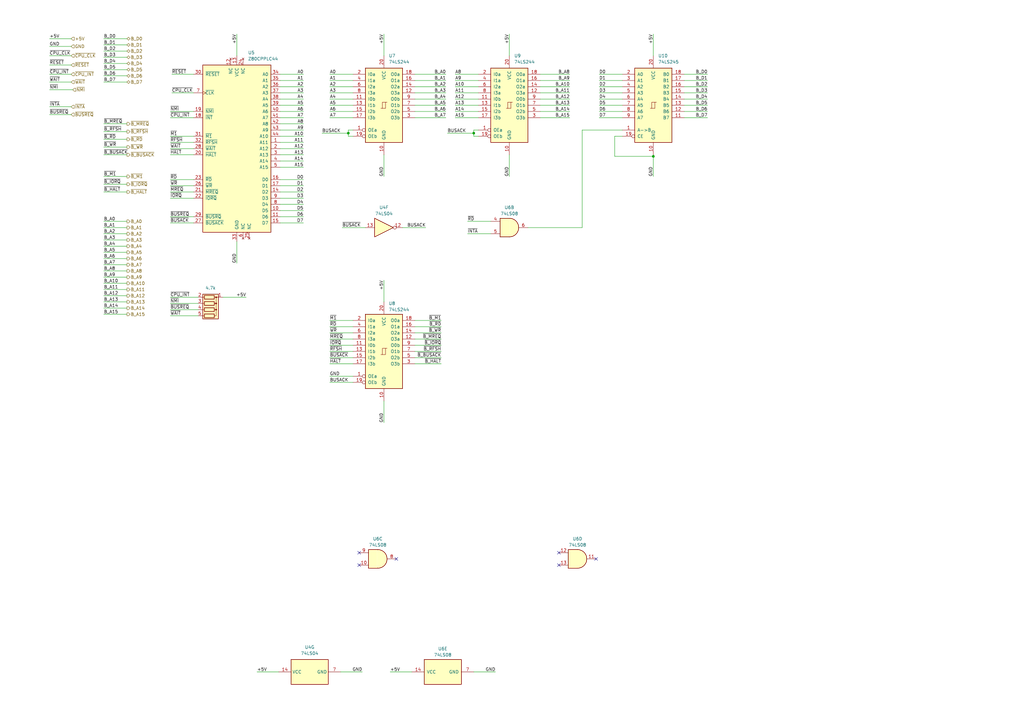
<source format=kicad_sch>
(kicad_sch (version 20230121) (generator eeschema)
  (paper "A3")
  (title_block (title "Simple Z80 board with priority IM2 interrupt decoding") (date "2023-09-05") (rev "2.3"))
  (lib_symbols
    (symbol "74xx:74LS04"
      (property "Reference" "U" (at 0 1.27 0))
      (property "Value" "74LS04" (at 0 -1.27 0))
      (symbol "74LS04_1_0"
        (polyline (pts (xy -3.81 3.81) (xy -3.81 -3.81) (xy 3.81 0) (xy -3.81 3.81)) (stroke (width 0.254)) (fill (type background)))
        (pin input line (at -7.62 0 0) (length 3.81) (name "~") (number "1"))
        (pin output inverted (at 7.62 0 180) (length 3.81) (name "~") (number "2"))
      )
      (symbol "74LS04_2_0"
        (polyline (pts (xy -3.81 3.81) (xy -3.81 -3.81) (xy 3.81 0) (xy -3.81 3.81)) (stroke (width 0.254)) (fill (type background)))
        (pin input line (at -7.62 0 0) (length 3.81) (name "~") (number "3"))
        (pin output inverted (at 7.62 0 180) (length 3.81) (name "~") (number "4"))
      )
      (symbol "74LS04_3_0"
        (polyline (pts (xy -3.81 3.81) (xy -3.81 -3.81) (xy 3.81 0) (xy -3.81 3.81)) (stroke (width 0.254)) (fill (type background)))
        (pin input line (at -7.62 0 0) (length 3.81) (name "~") (number "5"))
        (pin output inverted (at 7.62 0 180) (length 3.81) (name "~") (number "6"))
      )
      (symbol "74LS04_4_0"
        (polyline (pts (xy -3.81 3.81) (xy -3.81 -3.81) (xy 3.81 0) (xy -3.81 3.81)) (stroke (width 0.254)) (fill (type background)))
        (pin output inverted (at 7.62 0 180) (length 3.81) (name "~") (number "8"))
        (pin input line (at -7.62 0 0) (length 3.81) (name "~") (number "9"))
      )
      (symbol "74LS04_5_0"
        (polyline (pts (xy -3.81 3.81) (xy -3.81 -3.81) (xy 3.81 0) (xy -3.81 3.81)) (stroke (width 0.254)) (fill (type background)))
        (pin output inverted (at 7.62 0 180) (length 3.81) (name "~") (number "10"))
        (pin input line (at -7.62 0 0) (length 3.81) (name "~") (number "11"))
      )
      (symbol "74LS04_6_0"
        (polyline (pts (xy -3.81 3.81) (xy -3.81 -3.81) (xy 3.81 0) (xy -3.81 3.81)) (stroke (width 0.254)) (fill (type background)))
        (pin output inverted (at 7.62 0 180) (length 3.81) (name "~") (number "12"))
        (pin input line (at -7.62 0 0) (length 3.81) (name "~") (number "13"))
      )
      (symbol "74LS04_7_0"
        (pin power_in line (at 0 12.7 270) (length 5.08) (name "VCC") (number "14"))
        (pin power_in line (at 0 -12.7 90) (length 5.08) (name "GND") (number "7"))
      )
      (symbol "74LS04_7_1"
        (rectangle (start -5.08 7.62) (end 5.08 -7.62) (stroke (width 0.254)) (fill (type background)))
      )
    )
    (symbol "74xx:74LS08" (pin_names (offset 1.016))
      (property "Reference" "U" (at 0 1.27 0))
      (property "Value" "74LS08" (at 0 -1.27 0))
      (symbol "74LS08_1_1"
        (arc (start 0 -3.81) (mid 3.7934 0) (end 0 3.81) (stroke (width 0.254)) (fill (type background)))
        (polyline (pts (xy 0 3.81) (xy -3.81 3.81) (xy -3.81 -3.81) (xy 0 -3.81)) (stroke (width 0.254)) (fill (type background)))
        (pin input line (at -7.62 2.54 0) (length 3.81) (name "~") (number "1"))
        (pin input line (at -7.62 -2.54 0) (length 3.81) (name "~") (number "2"))
        (pin output line (at 7.62 0 180) (length 3.81) (name "~") (number "3"))
      )
      (symbol "74LS08_1_2"
        (arc (start -3.81 -3.81) (mid -2.589 0) (end -3.81 3.81) (stroke (width 0.254)))
        (arc (start -0.6096 -3.81) (mid 2.1842 -2.5851) (end 3.81 0) (stroke (width 0.254)) (fill (type background)))
        (polyline (pts (xy -3.81 -3.81) (xy -0.635 -3.81)) (stroke (width 0.254)) (fill (type background)))
        (polyline (pts (xy -3.81 3.81) (xy -0.635 3.81)) (stroke (width 0.254)) (fill (type background)))
        (polyline (pts (xy -0.635 3.81) (xy -3.81 3.81) (xy -3.81 3.81) (xy -3.556 3.4036) (xy -3.0226 2.2606) (xy -2.6924 1.0414) (xy -2.6162 -0.254) (xy -2.7686 -1.4986) (xy -3.175 -2.7178) (xy -3.81 -3.81) (xy -3.81 -3.81) (xy -0.635 -3.81)) (stroke (width -25.4)) (fill (type background)))
        (arc (start 3.81 0) (mid 2.1915 2.5936) (end -0.6096 3.81) (stroke (width 0.254)) (fill (type background)))
        (pin input inverted (at -7.62 2.54 0) (length 4.318) (name "~") (number "1"))
        (pin input inverted (at -7.62 -2.54 0) (length 4.318) (name "~") (number "2"))
        (pin output inverted (at 7.62 0 180) (length 3.81) (name "~") (number "3"))
      )
      (symbol "74LS08_2_1"
        (arc (start 0 -3.81) (mid 3.7934 0) (end 0 3.81) (stroke (width 0.254)) (fill (type background)))
        (polyline (pts (xy 0 3.81) (xy -3.81 3.81) (xy -3.81 -3.81) (xy 0 -3.81)) (stroke (width 0.254)) (fill (type background)))
        (pin input line (at -7.62 2.54 0) (length 3.81) (name "~") (number "4"))
        (pin input line (at -7.62 -2.54 0) (length 3.81) (name "~") (number "5"))
        (pin output line (at 7.62 0 180) (length 3.81) (name "~") (number "6"))
      )
      (symbol "74LS08_2_2"
        (arc (start -3.81 -3.81) (mid -2.589 0) (end -3.81 3.81) (stroke (width 0.254)))
        (arc (start -0.6096 -3.81) (mid 2.1842 -2.5851) (end 3.81 0) (stroke (width 0.254)) (fill (type background)))
        (polyline (pts (xy -3.81 -3.81) (xy -0.635 -3.81)) (stroke (width 0.254)) (fill (type background)))
        (polyline (pts (xy -3.81 3.81) (xy -0.635 3.81)) (stroke (width 0.254)) (fill (type background)))
        (polyline (pts (xy -0.635 3.81) (xy -3.81 3.81) (xy -3.81 3.81) (xy -3.556 3.4036) (xy -3.0226 2.2606) (xy -2.6924 1.0414) (xy -2.6162 -0.254) (xy -2.7686 -1.4986) (xy -3.175 -2.7178) (xy -3.81 -3.81) (xy -3.81 -3.81) (xy -0.635 -3.81)) (stroke (width -25.4)) (fill (type background)))
        (arc (start 3.81 0) (mid 2.1915 2.5936) (end -0.6096 3.81) (stroke (width 0.254)) (fill (type background)))
        (pin input inverted (at -7.62 2.54 0) (length 4.318) (name "~") (number "4"))
        (pin input inverted (at -7.62 -2.54 0) (length 4.318) (name "~") (number "5"))
        (pin output inverted (at 7.62 0 180) (length 3.81) (name "~") (number "6"))
      )
      (symbol "74LS08_3_1"
        (arc (start 0 -3.81) (mid 3.7934 0) (end 0 3.81) (stroke (width 0.254)) (fill (type background)))
        (polyline (pts (xy 0 3.81) (xy -3.81 3.81) (xy -3.81 -3.81) (xy 0 -3.81)) (stroke (width 0.254)) (fill (type background)))
        (pin input line (at -7.62 -2.54 0) (length 3.81) (name "~") (number "10"))
        (pin output line (at 7.62 0 180) (length 3.81) (name "~") (number "8"))
        (pin input line (at -7.62 2.54 0) (length 3.81) (name "~") (number "9"))
      )
      (symbol "74LS08_3_2"
        (arc (start -3.81 -3.81) (mid -2.589 0) (end -3.81 3.81) (stroke (width 0.254)))
        (arc (start -0.6096 -3.81) (mid 2.1842 -2.5851) (end 3.81 0) (stroke (width 0.254)) (fill (type background)))
        (polyline (pts (xy -3.81 -3.81) (xy -0.635 -3.81)) (stroke (width 0.254)) (fill (type background)))
        (polyline (pts (xy -3.81 3.81) (xy -0.635 3.81)) (stroke (width 0.254)) (fill (type background)))
        (polyline (pts (xy -0.635 3.81) (xy -3.81 3.81) (xy -3.81 3.81) (xy -3.556 3.4036) (xy -3.0226 2.2606) (xy -2.6924 1.0414) (xy -2.6162 -0.254) (xy -2.7686 -1.4986) (xy -3.175 -2.7178) (xy -3.81 -3.81) (xy -3.81 -3.81) (xy -0.635 -3.81)) (stroke (width -25.4)) (fill (type background)))
        (arc (start 3.81 0) (mid 2.1915 2.5936) (end -0.6096 3.81) (stroke (width 0.254)) (fill (type background)))
        (pin input inverted (at -7.62 -2.54 0) (length 4.318) (name "~") (number "10"))
        (pin output inverted (at 7.62 0 180) (length 3.81) (name "~") (number "8"))
        (pin input inverted (at -7.62 2.54 0) (length 4.318) (name "~") (number "9"))
      )
      (symbol "74LS08_4_1"
        (arc (start 0 -3.81) (mid 3.7934 0) (end 0 3.81) (stroke (width 0.254)) (fill (type background)))
        (polyline (pts (xy 0 3.81) (xy -3.81 3.81) (xy -3.81 -3.81) (xy 0 -3.81)) (stroke (width 0.254)) (fill (type background)))
        (pin output line (at 7.62 0 180) (length 3.81) (name "~") (number "11"))
        (pin input line (at -7.62 2.54 0) (length 3.81) (name "~") (number "12"))
        (pin input line (at -7.62 -2.54 0) (length 3.81) (name "~") (number "13"))
      )
      (symbol "74LS08_4_2"
        (arc (start -3.81 -3.81) (mid -2.589 0) (end -3.81 3.81) (stroke (width 0.254)))
        (arc (start -0.6096 -3.81) (mid 2.1842 -2.5851) (end 3.81 0) (stroke (width 0.254)) (fill (type background)))
        (polyline (pts (xy -3.81 -3.81) (xy -0.635 -3.81)) (stroke (width 0.254)) (fill (type background)))
        (polyline (pts (xy -3.81 3.81) (xy -0.635 3.81)) (stroke (width 0.254)) (fill (type background)))
        (polyline (pts (xy -0.635 3.81) (xy -3.81 3.81) (xy -3.81 3.81) (xy -3.556 3.4036) (xy -3.0226 2.2606) (xy -2.6924 1.0414) (xy -2.6162 -0.254) (xy -2.7686 -1.4986) (xy -3.175 -2.7178) (xy -3.81 -3.81) (xy -3.81 -3.81) (xy -0.635 -3.81)) (stroke (width -25.4)) (fill (type background)))
        (arc (start 3.81 0) (mid 2.1915 2.5936) (end -0.6096 3.81) (stroke (width 0.254)) (fill (type background)))
        (pin output inverted (at 7.62 0 180) (length 3.81) (name "~") (number "11"))
        (pin input inverted (at -7.62 2.54 0) (length 4.318) (name "~") (number "12"))
        (pin input inverted (at -7.62 -2.54 0) (length 4.318) (name "~") (number "13"))
      )
      (symbol "74LS08_5_0"
        (pin power_in line (at 0 12.7 270) (length 5.08) (name "VCC") (number "14"))
        (pin power_in line (at 0 -12.7 90) (length 5.08) (name "GND") (number "7"))
      )
      (symbol "74LS08_5_1"
        (rectangle (start -5.08 7.62) (end 5.08 -7.62) (stroke (width 0.254)) (fill (type background)))
      )
    )
    (symbol "74xx:74LS244" (pin_names (offset 1.016))
      (property "Reference" "U" (at -7.62 16.51 0))
      (property "Value" "74LS244" (at -7.62 -16.51 0))
      (symbol "74LS244_1_0"
        (polyline (pts (xy -0.635 -1.27) (xy -0.635 1.27) (xy 0.635 1.27)))
        (polyline (pts (xy -1.27 -1.27) (xy 0.635 -1.27) (xy 0.635 1.27) (xy 1.27 1.27)))
        (pin input inverted (at -12.7 -10.16 0) (length 5.08) (name "OEa") (number "1"))
        (pin power_in line (at 0 -20.32 90) (length 5.08) (name "GND") (number "10"))
        (pin input line (at -12.7 2.54 0) (length 5.08) (name "I0b") (number "11"))
        (pin tri_state line (at 12.7 5.08 180) (length 5.08) (name "O3a") (number "12"))
        (pin input line (at -12.7 0 0) (length 5.08) (name "I1b") (number "13"))
        (pin tri_state line (at 12.7 7.62 180) (length 5.08) (name "O2a") (number "14"))
        (pin input line (at -12.7 -2.54 0) (length 5.08) (name "I2b") (number "15"))
        (pin tri_state line (at 12.7 10.16 180) (length 5.08) (name "O1a") (number "16"))
        (pin input line (at -12.7 -5.08 0) (length 5.08) (name "I3b") (number "17"))
        (pin tri_state line (at 12.7 12.7 180) (length 5.08) (name "O0a") (number "18"))
        (pin input inverted (at -12.7 -12.7 0) (length 5.08) (name "OEb") (number "19"))
        (pin input line (at -12.7 12.7 0) (length 5.08) (name "I0a") (number "2"))
        (pin power_in line (at 0 20.32 270) (length 5.08) (name "VCC") (number "20"))
        (pin tri_state line (at 12.7 -5.08 180) (length 5.08) (name "O3b") (number "3"))
        (pin input line (at -12.7 10.16 0) (length 5.08) (name "I1a") (number "4"))
        (pin tri_state line (at 12.7 -2.54 180) (length 5.08) (name "O2b") (number "5"))
        (pin input line (at -12.7 7.62 0) (length 5.08) (name "I2a") (number "6"))
        (pin tri_state line (at 12.7 0 180) (length 5.08) (name "O1b") (number "7"))
        (pin input line (at -12.7 5.08 0) (length 5.08) (name "I3a") (number "8"))
        (pin tri_state line (at 12.7 2.54 180) (length 5.08) (name "O0b") (number "9"))
      )
      (symbol "74LS244_1_1"
        (rectangle (start -7.62 15.24) (end 7.62 -15.24) (stroke (width 0.254)) (fill (type background)))
      )
    )
    (symbol "74xx:74LS245" (pin_names (offset 1.016))
      (property "Reference" "U" (at -7.62 16.51 0))
      (property "Value" "74LS245" (at -7.62 -16.51 0))
      (symbol "74LS245_1_0"
        (polyline (pts (xy -0.635 -1.27) (xy -0.635 1.27) (xy 0.635 1.27)))
        (polyline (pts (xy -1.27 -1.27) (xy 0.635 -1.27) (xy 0.635 1.27) (xy 1.27 1.27)))
        (pin input line (at -12.7 -10.16 0) (length 5.08) (name "A->B") (number "1"))
        (pin power_in line (at 0 -20.32 90) (length 5.08) (name "GND") (number "10"))
        (pin tri_state line (at 12.7 -5.08 180) (length 5.08) (name "B7") (number "11"))
        (pin tri_state line (at 12.7 -2.54 180) (length 5.08) (name "B6") (number "12"))
        (pin tri_state line (at 12.7 0 180) (length 5.08) (name "B5") (number "13"))
        (pin tri_state line (at 12.7 2.54 180) (length 5.08) (name "B4") (number "14"))
        (pin tri_state line (at 12.7 5.08 180) (length 5.08) (name "B3") (number "15"))
        (pin tri_state line (at 12.7 7.62 180) (length 5.08) (name "B2") (number "16"))
        (pin tri_state line (at 12.7 10.16 180) (length 5.08) (name "B1") (number "17"))
        (pin tri_state line (at 12.7 12.7 180) (length 5.08) (name "B0") (number "18"))
        (pin input inverted (at -12.7 -12.7 0) (length 5.08) (name "CE") (number "19"))
        (pin tri_state line (at -12.7 12.7 0) (length 5.08) (name "A0") (number "2"))
        (pin power_in line (at 0 20.32 270) (length 5.08) (name "VCC") (number "20"))
        (pin tri_state line (at -12.7 10.16 0) (length 5.08) (name "A1") (number "3"))
        (pin tri_state line (at -12.7 7.62 0) (length 5.08) (name "A2") (number "4"))
        (pin tri_state line (at -12.7 5.08 0) (length 5.08) (name "A3") (number "5"))
        (pin tri_state line (at -12.7 2.54 0) (length 5.08) (name "A4") (number "6"))
        (pin tri_state line (at -12.7 0 0) (length 5.08) (name "A5") (number "7"))
        (pin tri_state line (at -12.7 -2.54 0) (length 5.08) (name "A6") (number "8"))
        (pin tri_state line (at -12.7 -5.08 0) (length 5.08) (name "A7") (number "9"))
      )
      (symbol "74LS245_1_1"
        (rectangle (start -7.62 15.24) (end 7.62 -15.24) (stroke (width 0.254)) (fill (type background)))
      )
    )
    (symbol "Device:R_Network04" (pin_names (offset 0) hide)
      (property "Reference" "RN" (at -7.62 0 90))
      (property "Value" "R_Network04" (at 5.08 0 90))
      (symbol "R_Network04_0_1"
        (rectangle (start -6.35 -3.175) (end 3.81 3.175) (stroke (width 0.254)) (fill (type background)))
        (rectangle (start -5.842 1.524) (end -4.318 -2.54) (stroke (width 0.254)))
        (circle (center -5.08 2.286) (radius 0.254) (fill (type outline)))
        (rectangle (start -3.302 1.524) (end -1.778 -2.54) (stroke (width 0.254)))
        (circle (center -2.54 2.286) (radius 0.254) (fill (type outline)))
        (rectangle (start -0.762 1.524) (end 0.762 -2.54) (stroke (width 0.254)))
        (polyline (pts (xy -5.08 -2.54) (xy -5.08 -3.81)))
        (polyline (pts (xy -2.54 -2.54) (xy -2.54 -3.81)))
        (polyline (pts (xy 0 -2.54) (xy 0 -3.81)))
        (polyline (pts (xy 2.54 -2.54) (xy 2.54 -3.81)))
        (polyline (pts (xy -5.08 1.524) (xy -5.08 2.286) (xy -2.54 2.286) (xy -2.54 1.524)))
        (polyline (pts (xy -2.54 1.524) (xy -2.54 2.286) (xy 0 2.286) (xy 0 1.524)))
        (polyline (pts (xy 0 1.524) (xy 0 2.286) (xy 2.54 2.286) (xy 2.54 1.524)))
        (circle (center 0 2.286) (radius 0.254) (fill (type outline)))
        (rectangle (start 1.778 1.524) (end 3.302 -2.54) (stroke (width 0.254)))
      )
      (symbol "R_Network04_1_1"
        (pin passive line (at -5.08 5.08 270) (length 2.54) (name "common") (number "1"))
        (pin passive line (at -5.08 -5.08 90) (length 1.27) (name "R1") (number "2"))
        (pin passive line (at -2.54 -5.08 90) (length 1.27) (name "R2") (number "3"))
        (pin passive line (at 0 -5.08 90) (length 1.27) (name "R3") (number "4"))
        (pin passive line (at 2.54 -5.08 90) (length 1.27) (name "R4") (number "5"))
      )
    )
    (symbol "ownlib:Z80CPU_PLC44" (pin_names (offset 1.016))
      (property "Reference" "U" (at -13.97 35.56 0))
      (property "Value" "Z80CPU_PLC44" (at 6.35 35.56 0))
      (symbol "Z80CPU_PLC44_0_0"
        (pin no_connect line (at -2.54 36.83 270) (length 2.54) (name "NC") (number "12"))
        (pin no_connect line (at 2.54 36.83 270) (length 2.54) (name "NC") (number "24"))
        (pin no_connect line (at 5.08 -36.83 90) (length 2.54) (name "NC") (number "25"))
        (pin no_connect line (at 2.54 -36.83 90) (length 2.54) (name "NC") (number "6"))
      )
      (symbol "Z80CPU_PLC44_0_1"
        (rectangle (start -13.97 34.29) (end 13.97 -34.29) (stroke (width 0.254)) (fill (type background)))
      )
      (symbol "Z80CPU_PLC44_1_1"
        (pin output line (at 17.78 2.54 180) (length 3.81) (name "A11") (number "1"))
        (pin bidirectional line (at 17.78 -25.4 180) (length 3.81) (name "D5") (number "10"))
        (pin bidirectional line (at 17.78 -27.94 180) (length 3.81) (name "D6") (number "11"))
        (pin power_in line (at 0 38.1 270) (length 3.81) (name "VCC") (number "13"))
        (pin bidirectional line (at 17.78 -17.78 180) (length 3.81) (name "D2") (number "14"))
        (pin bidirectional line (at 17.78 -30.48 180) (length 3.81) (name "D7") (number "15"))
        (pin bidirectional line (at 17.78 -12.7 180) (length 3.81) (name "D0") (number "16"))
        (pin bidirectional line (at 17.78 -15.24 180) (length 3.81) (name "D1") (number "17"))
        (pin input line (at -17.78 12.7 0) (length 3.81) (name "~{INT}") (number "18"))
        (pin input line (at -17.78 15.24 0) (length 3.81) (name "~{NMI}") (number "19"))
        (pin output line (at 17.78 0 180) (length 3.81) (name "A12") (number "2"))
        (pin output line (at -17.78 -2.54 0) (length 3.81) (name "~{HALT}") (number "20"))
        (pin output line (at -17.78 -17.78 0) (length 3.81) (name "~{MREQ}") (number "21"))
        (pin output line (at -17.78 -20.32 0) (length 3.81) (name "~{IORQ}") (number "22"))
        (pin output line (at -17.78 -12.7 0) (length 3.81) (name "~{RD}") (number "23"))
        (pin output line (at -17.78 -15.24 0) (length 3.81) (name "~{WR}") (number "26"))
        (pin output line (at -17.78 -30.48 0) (length 3.81) (name "~{BUSACK}") (number "27"))
        (pin input line (at -17.78 0 0) (length 3.81) (name "~{WAIT}") (number "28"))
        (pin input line (at -17.78 -27.94 0) (length 3.81) (name "~{BUSRQ}") (number "29"))
        (pin output line (at 17.78 -2.54 180) (length 3.81) (name "A13") (number "3"))
        (pin input line (at -17.78 30.48 0) (length 3.81) (name "~{RESET}") (number "30"))
        (pin output line (at -17.78 5.08 0) (length 3.81) (name "~{M1}") (number "31"))
        (pin output line (at -17.78 2.54 0) (length 3.81) (name "~{RFSH}") (number "32"))
        (pin power_in line (at 0 -38.1 90) (length 3.81) (name "GND") (number "33"))
        (pin output line (at 17.78 30.48 180) (length 3.81) (name "A0") (number "34"))
        (pin output line (at 17.78 27.94 180) (length 3.81) (name "A1") (number "35"))
        (pin output line (at 17.78 25.4 180) (length 3.81) (name "A2") (number "36"))
        (pin output line (at 17.78 22.86 180) (length 3.81) (name "A3") (number "37"))
        (pin output line (at 17.78 20.32 180) (length 3.81) (name "A4") (number "38"))
        (pin output line (at 17.78 17.78 180) (length 3.81) (name "A5") (number "39"))
        (pin output line (at 17.78 -5.08 180) (length 3.81) (name "A14") (number "4"))
        (pin output line (at 17.78 15.24 180) (length 3.81) (name "A6") (number "40"))
        (pin output line (at 17.78 12.7 180) (length 3.81) (name "A7") (number "41"))
        (pin output line (at 17.78 10.16 180) (length 3.81) (name "A8") (number "42"))
        (pin output line (at 17.78 7.62 180) (length 3.81) (name "A9") (number "43"))
        (pin output line (at 17.78 5.08 180) (length 3.81) (name "A10") (number "44"))
        (pin output line (at 17.78 -7.62 180) (length 3.81) (name "A15") (number "5"))
        (pin input clock (at -17.78 22.86 0) (length 3.81) (name "~{CLK}") (number "7"))
        (pin bidirectional line (at 17.78 -22.86 180) (length 3.81) (name "D4") (number "8"))
        (pin bidirectional line (at 17.78 -20.32 180) (length 3.81) (name "D3") (number "9"))
      )
    )
  )
  (junction (at 267.97 64.135))
  (junction (at 194.31 54.61))
  (junction (at 142.875 54.61))
  (no_connect (at 162.56 229.235))
  (no_connect (at 229.235 226.695))
  (no_connect (at 147.32 226.695))
  (no_connect (at 244.475 229.235))
  (no_connect (at 147.32 231.775))
  (no_connect (at 229.235 231.775))
  (wire (pts (xy 135.255 133.985) (xy 144.78 133.985)))
  (wire (pts (xy 157.48 13.97) (xy 157.48 22.86)))
  (wire (pts (xy 52.07 15.875) (xy 42.545 15.875)))
  (wire (pts (xy 144.78 55.88) (xy 142.875 55.88)))
  (wire (pts (xy 52.07 20.955) (xy 42.545 20.955)))
  (wire (pts (xy 144.78 33.02) (xy 135.255 33.02)))
  (wire (pts (xy 114.935 40.64) (xy 124.46 40.64)))
  (wire (pts (xy 238.76 53.34) (xy 255.27 53.34)))
  (wire (pts (xy 114.935 68.58) (xy 124.46 68.58)))
  (wire (pts (xy 142.875 53.34) (xy 142.875 54.61)))
  (wire (pts (xy 52.07 98.425) (xy 42.545 98.425)))
  (wire (pts (xy 69.85 55.88) (xy 79.375 55.88)))
  (wire (pts (xy 29.21 46.99) (xy 20.32 46.99)))
  (wire (pts (xy 280.67 43.18) (xy 290.195 43.18)))
  (wire (pts (xy 196.215 33.02) (xy 186.69 33.02)))
  (wire (pts (xy 100.965 121.92) (xy 91.44 121.92)))
  (wire (pts (xy 180.975 149.225) (xy 170.18 149.225)))
  (wire (pts (xy 114.935 88.9) (xy 124.46 88.9)))
  (wire (pts (xy 135.255 139.065) (xy 144.78 139.065)))
  (wire (pts (xy 255.27 33.02) (xy 245.745 33.02)))
  (wire (pts (xy 52.07 18.415) (xy 42.545 18.415)))
  (wire (pts (xy 97.155 107.95) (xy 97.155 99.06)))
  (wire (pts (xy 255.27 35.56) (xy 245.745 35.56)))
  (wire (pts (xy 114.935 33.02) (xy 124.46 33.02)))
  (wire (pts (xy 52.07 106.045) (xy 42.545 106.045)))
  (wire (pts (xy 144.78 30.48) (xy 135.255 30.48)))
  (wire (pts (xy 42.545 78.74) (xy 52.07 78.74)))
  (wire (pts (xy 20.32 36.83) (xy 29.845 36.83)))
  (wire (pts (xy 42.545 63.5) (xy 52.07 63.5)))
  (wire (pts (xy 216.535 93.345) (xy 238.76 93.345)))
  (wire (pts (xy 114.935 43.18) (xy 124.46 43.18)))
  (wire (pts (xy 69.85 91.44) (xy 79.375 91.44)))
  (wire (pts (xy 180.975 146.685) (xy 170.18 146.685)))
  (wire (pts (xy 52.07 108.585) (xy 42.545 108.585)))
  (wire (pts (xy 114.935 53.34) (xy 124.46 53.34)))
  (wire (pts (xy 183.515 54.61) (xy 194.31 54.61)))
  (wire (pts (xy 114.935 86.36) (xy 124.46 86.36)))
  (wire (pts (xy 233.68 43.18) (xy 221.615 43.18)))
  (wire (pts (xy 233.68 45.72) (xy 221.615 45.72)))
  (wire (pts (xy 255.27 48.26) (xy 245.745 48.26)))
  (wire (pts (xy 114.935 48.26) (xy 124.46 48.26)))
  (wire (pts (xy 196.215 55.88) (xy 194.31 55.88)))
  (wire (pts (xy 252.095 55.88) (xy 255.27 55.88)))
  (wire (pts (xy 182.88 33.02) (xy 170.18 33.02)))
  (wire (pts (xy 52.07 31.115) (xy 42.545 31.115)))
  (wire (pts (xy 114.935 38.1) (xy 124.46 38.1)))
  (wire (pts (xy 114.935 63.5) (xy 124.46 63.5)))
  (wire (pts (xy 52.07 93.345) (xy 42.545 93.345)))
  (wire (pts (xy 157.48 173.355) (xy 157.48 164.465)))
  (wire (pts (xy 20.32 26.67) (xy 29.21 26.67)))
  (wire (pts (xy 148.59 275.59) (xy 139.7 275.59)))
  (wire (pts (xy 69.85 81.28) (xy 79.375 81.28)))
  (wire (pts (xy 70.485 30.48) (xy 79.375 30.48)))
  (wire (pts (xy 114.935 30.48) (xy 124.46 30.48)))
  (wire (pts (xy 196.215 38.1) (xy 186.69 38.1)))
  (wire (pts (xy 135.255 154.305) (xy 144.78 154.305)))
  (wire (pts (xy 233.68 40.64) (xy 221.615 40.64)))
  (wire (pts (xy 52.07 33.655) (xy 42.545 33.655)))
  (wire (pts (xy 29.21 30.48) (xy 20.32 30.48)))
  (wire (pts (xy 233.68 48.26) (xy 221.615 48.26)))
  (wire (pts (xy 280.67 38.1) (xy 290.195 38.1)))
  (wire (pts (xy 182.88 48.26) (xy 170.18 48.26)))
  (wire (pts (xy 114.935 73.66) (xy 124.46 73.66)))
  (wire (pts (xy 182.88 38.1) (xy 170.18 38.1)))
  (wire (pts (xy 157.48 72.39) (xy 157.48 63.5)))
  (wire (pts (xy 52.07 90.805) (xy 42.545 90.805)))
  (wire (pts (xy 233.68 38.1) (xy 221.615 38.1)))
  (wire (pts (xy 180.975 131.445) (xy 170.18 131.445)))
  (wire (pts (xy 114.935 83.82) (xy 124.46 83.82)))
  (wire (pts (xy 267.97 13.97) (xy 267.97 22.86)))
  (wire (pts (xy 114.935 60.96) (xy 124.46 60.96)))
  (wire (pts (xy 182.88 45.72) (xy 170.18 45.72)))
  (wire (pts (xy 255.27 40.64) (xy 245.745 40.64)))
  (wire (pts (xy 52.07 95.885) (xy 42.545 95.885)))
  (wire (pts (xy 280.67 48.26) (xy 290.195 48.26)))
  (wire (pts (xy 196.215 35.56) (xy 186.69 35.56)))
  (wire (pts (xy 180.975 141.605) (xy 170.18 141.605)))
  (wire (pts (xy 180.975 139.065) (xy 170.18 139.065)))
  (wire (pts (xy 114.935 78.74) (xy 124.46 78.74)))
  (wire (pts (xy 191.77 95.885) (xy 201.295 95.885)))
  (wire (pts (xy 52.07 23.495) (xy 42.545 23.495)))
  (wire (pts (xy 69.85 124.46) (xy 81.28 124.46)))
  (wire (pts (xy 135.255 144.145) (xy 144.78 144.145)))
  (wire (pts (xy 69.85 121.92) (xy 81.28 121.92)))
  (wire (pts (xy 255.27 45.72) (xy 245.745 45.72)))
  (wire (pts (xy 196.215 53.34) (xy 194.31 53.34)))
  (wire (pts (xy 233.68 30.48) (xy 221.615 30.48)))
  (wire (pts (xy 52.07 103.505) (xy 42.545 103.505)))
  (wire (pts (xy 52.07 100.965) (xy 42.545 100.965)))
  (wire (pts (xy 255.27 30.48) (xy 245.745 30.48)))
  (wire (pts (xy 69.85 88.9) (xy 79.375 88.9)))
  (wire (pts (xy 194.31 55.88) (xy 194.31 54.61)))
  (wire (pts (xy 114.935 91.44) (xy 124.46 91.44)))
  (wire (pts (xy 144.78 53.34) (xy 142.875 53.34)))
  (wire (pts (xy 52.07 116.205) (xy 42.545 116.205)))
  (wire (pts (xy 203.2 275.59) (xy 194.31 275.59)))
  (wire (pts (xy 233.68 35.56) (xy 221.615 35.56)))
  (wire (pts (xy 182.88 30.48) (xy 170.18 30.48)))
  (wire (pts (xy 142.875 55.88) (xy 142.875 54.61)))
  (wire (pts (xy 196.215 40.64) (xy 186.69 40.64)))
  (wire (pts (xy 144.78 45.72) (xy 135.255 45.72)))
  (wire (pts (xy 69.85 129.54) (xy 81.28 129.54)))
  (wire (pts (xy 208.915 72.39) (xy 208.915 63.5)))
  (wire (pts (xy 196.215 43.18) (xy 186.69 43.18)))
  (wire (pts (xy 29.21 33.655) (xy 20.32 33.655)))
  (wire (pts (xy 42.545 57.15) (xy 52.07 57.15)))
  (wire (pts (xy 42.545 72.39) (xy 52.07 72.39)))
  (wire (pts (xy 52.07 128.905) (xy 42.545 128.905)))
  (wire (pts (xy 52.07 126.365) (xy 42.545 126.365)))
  (wire (pts (xy 114.935 58.42) (xy 124.46 58.42)))
  (wire (pts (xy 52.07 113.665) (xy 42.545 113.665)))
  (wire (pts (xy 135.255 136.525) (xy 144.78 136.525)))
  (wire (pts (xy 69.85 45.72) (xy 79.375 45.72)))
  (wire (pts (xy 196.215 48.26) (xy 186.69 48.26)))
  (wire (pts (xy 114.935 45.72) (xy 124.46 45.72)))
  (wire (pts (xy 280.67 40.64) (xy 290.195 40.64)))
  (wire (pts (xy 267.97 64.135) (xy 267.97 63.5)))
  (wire (pts (xy 114.935 35.56) (xy 124.46 35.56)))
  (wire (pts (xy 135.255 156.845) (xy 144.78 156.845)))
  (wire (pts (xy 280.67 35.56) (xy 290.195 35.56)))
  (wire (pts (xy 255.27 38.1) (xy 245.745 38.1)))
  (wire (pts (xy 52.07 28.575) (xy 42.545 28.575)))
  (wire (pts (xy 52.07 26.035) (xy 42.545 26.035)))
  (wire (pts (xy 97.155 13.97) (xy 97.155 22.86)))
  (wire (pts (xy 208.915 13.97) (xy 208.915 22.86)))
  (wire (pts (xy 194.31 53.34) (xy 194.31 54.61)))
  (wire (pts (xy 160.02 275.59) (xy 168.91 275.59)))
  (wire (pts (xy 144.78 38.1) (xy 135.255 38.1)))
  (wire (pts (xy 52.07 123.825) (xy 42.545 123.825)))
  (wire (pts (xy 233.68 33.02) (xy 221.615 33.02)))
  (wire (pts (xy 267.97 64.135) (xy 252.095 64.135)))
  (wire (pts (xy 196.215 45.72) (xy 186.69 45.72)))
  (wire (pts (xy 135.255 141.605) (xy 144.78 141.605)))
  (wire (pts (xy 114.935 76.2) (xy 124.46 76.2)))
  (wire (pts (xy 69.85 78.74) (xy 79.375 78.74)))
  (wire (pts (xy 280.67 33.02) (xy 290.195 33.02)))
  (wire (pts (xy 280.67 45.72) (xy 290.195 45.72)))
  (wire (pts (xy 144.78 43.18) (xy 135.255 43.18)))
  (wire (pts (xy 182.88 40.64) (xy 170.18 40.64)))
  (wire (pts (xy 105.41 275.59) (xy 114.3 275.59)))
  (wire (pts (xy 69.85 76.2) (xy 79.375 76.2)))
  (wire (pts (xy 280.67 30.48) (xy 290.195 30.48)))
  (wire (pts (xy 140.335 93.345) (xy 149.86 93.345)))
  (wire (pts (xy 144.78 35.56) (xy 135.255 35.56)))
  (wire (pts (xy 52.07 111.125) (xy 42.545 111.125)))
  (wire (pts (xy 70.485 38.1) (xy 79.375 38.1)))
  (wire (pts (xy 135.255 146.685) (xy 144.78 146.685)))
  (wire (pts (xy 69.85 127) (xy 81.28 127)))
  (wire (pts (xy 182.88 35.56) (xy 170.18 35.56)))
  (wire (pts (xy 69.85 58.42) (xy 79.375 58.42)))
  (wire (pts (xy 20.32 15.875) (xy 29.21 15.875)))
  (wire (pts (xy 255.27 43.18) (xy 245.745 43.18)))
  (wire (pts (xy 144.78 48.26) (xy 135.255 48.26)))
  (wire (pts (xy 267.97 72.39) (xy 267.97 64.135)))
  (wire (pts (xy 29.21 43.815) (xy 20.32 43.815)))
  (wire (pts (xy 135.255 131.445) (xy 144.78 131.445)))
  (wire (pts (xy 114.935 50.8) (xy 124.46 50.8)))
  (wire (pts (xy 42.545 75.565) (xy 52.07 75.565)))
  (wire (pts (xy 52.07 121.285) (xy 42.545 121.285)))
  (wire (pts (xy 69.85 60.96) (xy 79.375 60.96)))
  (wire (pts (xy 42.545 50.8) (xy 52.07 50.8)))
  (wire (pts (xy 52.07 118.745) (xy 42.545 118.745)))
  (wire (pts (xy 42.545 53.975) (xy 52.07 53.975)))
  (wire (pts (xy 114.935 55.88) (xy 124.46 55.88)))
  (wire (pts (xy 132.08 54.61) (xy 142.875 54.61)))
  (wire (pts (xy 144.78 40.64) (xy 135.255 40.64)))
  (wire (pts (xy 114.935 81.28) (xy 124.46 81.28)))
  (wire (pts (xy 252.095 64.135) (xy 252.095 55.88)))
  (wire (pts (xy 180.975 133.985) (xy 170.18 133.985)))
  (wire (pts (xy 20.32 22.86) (xy 29.21 22.86)))
  (wire (pts (xy 180.975 144.145) (xy 170.18 144.145)))
  (wire (pts (xy 69.85 63.5) (xy 79.375 63.5)))
  (wire (pts (xy 69.85 73.66) (xy 79.375 73.66)))
  (wire (pts (xy 79.375 48.26) (xy 69.85 48.26)))
  (wire (pts (xy 157.48 114.935) (xy 157.48 123.825)))
  (wire (pts (xy 135.255 149.225) (xy 144.78 149.225)))
  (wire (pts (xy 196.215 30.48) (xy 186.69 30.48)))
  (wire (pts (xy 182.88 43.18) (xy 170.18 43.18)))
  (wire (pts (xy 20.32 19.05) (xy 29.21 19.05)))
  (wire (pts (xy 191.77 90.805) (xy 201.295 90.805)))
  (wire (pts (xy 238.76 93.345) (xy 238.76 53.34)))
  (wire (pts (xy 180.975 136.525) (xy 170.18 136.525)))
  (wire (pts (xy 42.545 60.325) (xy 52.07 60.325)))
  (wire (pts (xy 174.625 93.345) (xy 165.1 93.345)))
  (wire (pts (xy 114.935 66.04) (xy 124.46 66.04)))
  (label "B_D4" (at 42.545 26.035 0))
  (label "B_D3" (at 42.545 23.495 0))
  (label "~{INTA}" (at 20.32 43.815 0))
  (label "A7" (at 135.255 48.26 0))
  (label "A5" (at 124.46 43.18 180))
  (label "A3" (at 124.46 38.1 180))
  (label "+5V" (at 267.97 13.97 270))
  (label "D1" (at 245.745 33.02 0))
  (label "D7" (at 245.745 48.26 0))
  (label "GND" (at 157.48 72.39 90))
  (label "GND" (at 208.915 72.39 90))
  (label "D4" (at 124.46 83.82 180))
  (label "B_A5" (at 182.88 43.18 180))
  (label "A11" (at 124.46 58.42 180))
  (label "B_A4" (at 182.88 40.64 180))
  (label "~{MREQ}" (at 69.85 78.74 0))
  (label "B_A13" (at 42.545 123.825 0))
  (label "BUSACK" (at 174.625 93.345 180))
  (label "A9" (at 124.46 53.34 180))
  (label "A4" (at 124.46 40.64 180))
  (label "B_A11" (at 233.68 38.1 180))
  (label "~{B_WR}" (at 180.975 136.525 180))
  (label "A6" (at 135.255 45.72 0))
  (label "B_A14" (at 42.545 126.365 0))
  (label "B_D6" (at 290.195 45.72 180))
  (label "+5V" (at 208.915 13.97 270))
  (label "GND" (at 148.59 275.59 180))
  (label "GND" (at 157.48 173.355 90))
  (label "A14" (at 186.69 45.72 0))
  (label "B_A3" (at 42.545 98.425 0))
  (label "A10" (at 186.69 35.56 0))
  (label "A3" (at 135.255 38.1 0))
  (label "D1" (at 124.46 76.2 180))
  (label "~{B_MREQ}" (at 180.975 139.065 180))
  (label "B_A0" (at 42.545 90.805 0))
  (label "A15" (at 186.69 48.26 0))
  (label "+5V" (at 160.02 275.59 0))
  (label "~{CPU_INT}" (at 69.85 48.26 0))
  (label "~{RFSH}" (at 69.85 58.42 0))
  (label "~{HALT}" (at 69.85 63.5 0))
  (label "~{MREQ}" (at 135.255 139.065 0))
  (label "D7" (at 124.46 91.44 180))
  (label "~{RD}" (at 135.255 133.985 0))
  (label "+5V" (at 97.155 13.97 270))
  (label "A15" (at 124.46 68.58 180))
  (label "~{CPU_INT}" (at 69.85 121.92 0))
  (label "A10" (at 124.46 55.88 180))
  (label "A9" (at 186.69 33.02 0))
  (label "B_A2" (at 182.88 35.56 180))
  (label "D0" (at 245.745 30.48 0))
  (label "~{RD}" (at 191.77 90.805 0))
  (label "B_A7" (at 182.88 48.26 180))
  (label "~{BUSACK}" (at 69.85 91.44 0))
  (label "~{BUSACK}" (at 135.255 146.685 0))
  (label "~{B_MREQ}" (at 42.545 50.8 0))
  (label "B_D7" (at 42.545 33.655 0))
  (label "~{NMI}" (at 20.32 36.83 0))
  (label "~{BUSREQ}" (at 69.85 88.9 0))
  (label "B_A8" (at 233.68 30.48 180))
  (label "A1" (at 135.255 33.02 0))
  (label "D5" (at 124.46 86.36 180))
  (label "D5" (at 245.745 43.18 0))
  (label "GND" (at 267.97 72.39 90))
  (label "+5V" (at 157.48 114.935 270))
  (label "A0" (at 135.255 30.48 0))
  (label "D2" (at 124.46 78.74 180))
  (label "B_D1" (at 290.195 33.02 180))
  (label "GND" (at 20.32 19.05 0))
  (label "B_A13" (at 233.68 43.18 180))
  (label "~{RD}" (at 69.85 73.66 0))
  (label "A11" (at 186.69 38.1 0))
  (label "A14" (at 124.46 66.04 180))
  (label "~{IORQ}" (at 135.255 141.605 0))
  (label "B_A7" (at 42.545 108.585 0))
  (label "B_D2" (at 42.545 20.955 0))
  (label "B_D1" (at 42.545 18.415 0))
  (label "B_A0" (at 182.88 30.48 180))
  (label "~{IORQ}" (at 69.85 81.28 0))
  (label "~{B_HALT}" (at 180.975 149.225 180))
  (label "~{M1}" (at 135.255 131.445 0))
  (label "D2" (at 245.745 35.56 0))
  (label "BUSACK" (at 135.255 156.845 0))
  (label "B_D0" (at 42.545 15.875 0))
  (label "A5" (at 135.255 43.18 0))
  (label "~{BUSREQ}" (at 20.32 46.99 0))
  (label "+5V" (at 157.48 13.97 270))
  (label "~{RESET}" (at 70.485 30.48 0))
  (label "~{B_IORQ}" (at 180.975 141.605 180))
  (label "~{RFSH}" (at 135.255 144.145 0))
  (label "B_A15" (at 233.68 48.26 180))
  (label "B_A1" (at 182.88 33.02 180))
  (label "B_D3" (at 290.195 38.1 180))
  (label "B_A8" (at 42.545 111.125 0))
  (label "D3" (at 245.745 38.1 0))
  (label "B_D5" (at 42.545 28.575 0))
  (label "~{RESET}" (at 20.32 26.67 0))
  (label "A2" (at 124.46 35.56 180))
  (label "B_A6" (at 42.545 106.045 0))
  (label "~{B_BUSACK}" (at 42.545 63.5 0))
  (label "~{B_M1}" (at 42.545 72.39 0))
  (label "B_A4" (at 42.545 100.965 0))
  (label "B_D4" (at 290.195 40.64 180))
  (label "~{B_WR}" (at 42.545 60.325 0))
  (label "A0" (at 124.46 30.48 180))
  (label "B_A6" (at 182.88 45.72 180))
  (label "~{WAIT}" (at 69.85 129.54 0))
  (label "B_A1" (at 42.545 93.345 0))
  (label "B_A15" (at 42.545 128.905 0))
  (label "A13" (at 186.69 43.18 0))
  (label "~{HALT}" (at 135.255 149.225 0))
  (label "~{NMI}" (at 69.85 124.46 0))
  (label "A4" (at 135.255 40.64 0))
  (label "B_D5" (at 290.195 43.18 180))
  (label "B_A9" (at 42.545 113.665 0))
  (label "~{CPU_CLK}" (at 20.32 22.86 0))
  (label "D4" (at 245.745 40.64 0))
  (label "A6" (at 124.46 45.72 180))
  (label "+5V" (at 105.41 275.59 0))
  (label "~{B_RFSH}" (at 180.975 144.145 180))
  (label "~{NMI}" (at 69.85 45.72 0))
  (label "D6" (at 124.46 88.9 180))
  (label "B_D0" (at 290.195 30.48 180))
  (label "GND" (at 203.2 275.59 180))
  (label "~{B_IORQ}" (at 42.545 75.565 0))
  (label "B_A12" (at 42.545 121.285 0))
  (label "~{B_M1}" (at 180.975 131.445 180))
  (label "A13" (at 124.46 63.5 180))
  (label "BUSACK" (at 132.08 54.61 0))
  (label "+5V" (at 20.32 15.875 0))
  (label "D0" (at 124.46 73.66 180))
  (label "~{WR}" (at 69.85 76.2 0))
  (label "B_A9" (at 233.68 33.02 180))
  (label "~{WAIT}" (at 69.85 60.96 0))
  (label "~{B_BUSACK}" (at 180.975 146.685 180))
  (label "~{CPU_CLK}" (at 70.485 38.1 0))
  (label "B_A3" (at 182.88 38.1 180))
  (label "A8" (at 124.46 50.8 180))
  (label "GND" (at 135.255 154.305 0))
  (label "B_A10" (at 42.545 116.205 0))
  (label "A2" (at 135.255 35.56 0))
  (label "B_A12" (at 233.68 40.64 180))
  (label "~{M1}" (at 69.85 55.88 0))
  (label "B_A2" (at 42.545 95.885 0))
  (label "BUSACK" (at 183.515 54.61 0))
  (label "~{BUSREQ}" (at 69.85 127 0))
  (label "+5V" (at 100.965 121.92 180))
  (label "A12" (at 186.69 40.64 0))
  (label "~{INTA}" (at 191.77 95.885 0))
  (label "B_A10" (at 233.68 35.56 180))
  (label "A7" (at 124.46 48.26 180))
  (label "~{BUSACK}" (at 140.335 93.345 0))
  (label "~{B_RD}" (at 180.975 133.985 180))
  (label "B_D7" (at 290.195 48.26 180))
  (label "A1" (at 124.46 33.02 180))
  (label "GND" (at 97.155 107.95 90))
  (label "B_A14" (at 233.68 45.72 180))
  (label "A12" (at 124.46 60.96 180))
  (label "B_A11" (at 42.545 118.745 0))
  (label "A8" (at 186.69 30.48 0))
  (label "B_D6" (at 42.545 31.115 0))
  (label "D3" (at 124.46 81.28 180))
  (label "~{B_HALT}" (at 42.545 78.74 0))
  (label "B_A5" (at 42.545 103.505 0))
  (label "~{WR}" (at 135.255 136.525 0))
  (label "~{B_RFSH}" (at 42.545 53.975 0))
  (label "D6" (at 245.745 45.72 0))
  (label "~{WAIT}" (at 20.32 33.655 0))
  (label "~{B_RD}" (at 42.545 57.15 0))
  (label "~{CPU_INT}" (at 20.32 30.48 0))
  (label "B_D2" (at 290.195 35.56 180))
  (hierarchical_label "B_A0" (shape output) (at 52.07 90.805 0))
  (hierarchical_label "~{B_M1}" (shape output) (at 52.07 72.39 0))
  (hierarchical_label "B_A1" (shape output) (at 52.07 93.345 0))
  (hierarchical_label "B_A13" (shape output) (at 52.07 123.825 0))
  (hierarchical_label "B_D6" (shape tri_state) (at 52.07 31.115 0))
  (hierarchical_label "~{RESET}" (shape input) (at 29.21 26.67 0))
  (hierarchical_label "B_A4" (shape output) (at 52.07 100.965 0))
  (hierarchical_label "GND" (shape input) (at 29.21 19.05 0))
  (hierarchical_label "B_D7" (shape tri_state) (at 52.07 33.655 0))
  (hierarchical_label "B_A9" (shape output) (at 52.07 113.665 0))
  (hierarchical_label "~{B_HALT}" (shape output) (at 52.07 78.74 0))
  (hierarchical_label "B_A7" (shape output) (at 52.07 108.585 0))
  (hierarchical_label "B_A2" (shape output) (at 52.07 95.885 0))
  (hierarchical_label "B_A3" (shape output) (at 52.07 98.425 0))
  (hierarchical_label "B_A5" (shape output) (at 52.07 103.505 0))
  (hierarchical_label "B_D1" (shape tri_state) (at 52.07 18.415 0))
  (hierarchical_label "~{CPU_INT}" (shape input) (at 29.21 30.48 0))
  (hierarchical_label "B_A12" (shape output) (at 52.07 121.285 0))
  (hierarchical_label "~{B_IORQ}" (shape output) (at 52.07 75.565 0))
  (hierarchical_label "B_A8" (shape output) (at 52.07 111.125 0))
  (hierarchical_label "~{B_BUSACK}" (shape output) (at 52.07 63.5 0))
  (hierarchical_label "B_A15" (shape output) (at 52.07 128.905 0))
  (hierarchical_label "B_D5" (shape tri_state) (at 52.07 28.575 0))
  (hierarchical_label "B_D4" (shape tri_state) (at 52.07 26.035 0))
  (hierarchical_label "~{INTA}" (shape input) (at 29.21 43.815 0))
  (hierarchical_label "B_D3" (shape tri_state) (at 52.07 23.495 0))
  (hierarchical_label "~{WAIT}" (shape input) (at 29.21 33.655 0))
  (hierarchical_label "B_D0" (shape tri_state) (at 52.07 15.875 0))
  (hierarchical_label "B_A11" (shape output) (at 52.07 118.745 0))
  (hierarchical_label "B_A10" (shape output) (at 52.07 116.205 0))
  (hierarchical_label "~{B_RFSH}" (shape output) (at 52.07 53.975 0))
  (hierarchical_label "+5V" (shape input) (at 29.21 15.875 0))
  (hierarchical_label "~{CPU_CLK}" (shape input) (at 29.21 22.86 0))
  (hierarchical_label "~{NMI}" (shape input) (at 29.845 36.83 0))
  (hierarchical_label "~{B_WR}" (shape output) (at 52.07 60.325 0))
  (hierarchical_label "B_A14" (shape output) (at 52.07 126.365 0))
  (hierarchical_label "B_A6" (shape output) (at 52.07 106.045 0))
  (hierarchical_label "B_D2" (shape tri_state) (at 52.07 20.955 0))
  (hierarchical_label "~{B_MREQ}" (shape output) (at 52.07 50.8 0))
  (hierarchical_label "~{BUSREQ}" (shape input) (at 29.21 46.99 0))
  (hierarchical_label "~{B_RD}" (shape output) (at 52.07 57.15 0))
  (symbol (lib_id "74xx:74LS08") (at 181.61 275.59 90) (unit 5)
    (property "Reference" "U6" (at 181.61 266.065 90))
    (property "Value" "74LS08" (at 181.61 268.605 90))
    (property "Footprint" "Package_DIP:DIP-14_W7.62mm_Socket" (effects hide))
    (property "Datasheet" "http://www.ti.com/lit/gpn/sn74LS08" (effects hide))
  )
  (symbol (lib_id "74xx:74LS08") (at 154.94 229.235 0) (unit 3)
    (property "Reference" "U6" (at 154.9317 220.98 0))
    (property "Value" "74LS08" (at 154.9317 223.52 0))
    (property "Datasheet" "http://www.ti.com/lit/gpn/sn74LS08" (effects hide))
  )
  (symbol (lib_id "74xx:74LS244") (at 208.915 43.18 0) (unit 1)
    (property "Reference" "U9" (at 210.8709 22.86 0) (effects (justify left)))
    (property "Value" "74LS244" (at 210.8709 25.4 0) (effects (justify left)))
    (property "Footprint" "Package_DIP:DIP-20_W7.62mm_Socket" (effects hide))
    (property "Datasheet" "http://www.ti.com/lit/ds/symlink/sn74ls244.pdf" (effects hide))
  )
  (symbol (lib_id "74xx:74LS244") (at 157.48 43.18 0) (unit 1)
    (property "Reference" "U7" (at 159.4359 22.86 0) (effects (justify left)))
    (property "Value" "74LS244" (at 159.4359 25.4 0) (effects (justify left)))
    (property "Footprint" "Package_DIP:DIP-20_W7.62mm_Socket" (effects hide))
    (property "Datasheet" "http://www.ti.com/lit/ds/symlink/sn74ls244.pdf" (effects hide))
  )
  (symbol (lib_id "74xx:74LS04") (at 157.48 93.345 0) (unit 6)
    (property "Reference" "U4" (at 157.48 85.09 0))
    (property "Value" "74LS04" (at 157.48 87.63 0))
    (property "Footprint" "Package_DIP:DIP-14_W7.62mm_Socket" (effects hide))
    (property "Datasheet" "http://www.ti.com/lit/gpn/sn74LS04" (effects hide))
  )
  (symbol (lib_id "Device:R_Network04") (at 86.36 127 270) (unit 1)
    (property "Reference" "RN5" (effects hide))
    (property "Value" "4.7k" (at 86.36 118.11 90))
    (property "Footprint" "Resistor_THT:R_Array_SIP5" (effects hide))
    (property "Datasheet" "http://www.vishay.com/docs/31509/csc.pdf" (effects hide))
  )
  (symbol (lib_id "ownlib:Z80CPU_PLC44") (at 97.155 60.96 0) (unit 1)
    (property "Reference" "U5" (at 101.7144 21.59 0) (effects (justify left)))
    (property "Value" "Z80CPPLC44" (at 101.7144 24.13 0) (effects (justify left)))
    (property "Footprint" "Package_LCC:PLCC-44_THT-Socket" (effects hide))
    (property "Datasheet" "www.zilog.com/manage_directlink.php?filepath=docs/z80/um0080" (effects hide))
  )
  (symbol (lib_id "74xx:74LS08") (at 208.915 93.345 0) (unit 2)
    (property "Reference" "U6" (at 208.9067 85.09 0))
    (property "Value" "74LS08" (at 208.9067 87.63 0))
    (property "Datasheet" "http://www.ti.com/lit/gpn/sn74LS08" (effects hide))
  )
  (symbol (lib_id "74xx:74LS04") (at 127 275.59 90) (unit 7)
    (property "Reference" "U4" (at 127 265.43 90))
    (property "Value" "74LS04" (at 127 267.97 90))
    (property "Footprint" "Package_DIP:DIP-14_W7.62mm_Socket" (effects hide))
    (property "Datasheet" "http://www.ti.com/lit/gpn/sn74LS04" (effects hide))
  )
  (symbol (lib_id "74xx:74LS244") (at 157.48 144.145 0) (unit 1)
    (property "Reference" "U8" (at 159.385 124.46 0) (effects (justify left)))
    (property "Value" "74LS244" (at 159.385 127 0) (effects (justify left)))
    (property "Footprint" "Package_DIP:DIP-20_W7.62mm_Socket" (effects hide))
    (property "Datasheet" "http://www.ti.com/lit/ds/symlink/sn74ls244.pdf" (effects hide))
  )
  (symbol (lib_id "74xx:74LS08") (at 236.855 229.235 0) (unit 4)
    (property "Reference" "U6" (at 236.8467 220.98 0))
    (property "Value" "74LS08" (at 236.8467 223.52 0))
    (property "Footprint" "Package_DIP:DIP-14_W7.62mm_Socket" (effects hide))
    (property "Datasheet" "http://www.ti.com/lit/gpn/sn74LS08" (effects hide))
  )
  (symbol (lib_id "74xx:74LS245") (at 267.97 43.18 0) (unit 1)
    (property "Reference" "U10" (at 269.9259 22.86 0) (effects (justify left)))
    (property "Value" "74LS245" (at 269.9259 25.4 0) (effects (justify left)))
    (property "Footprint" "Package_DIP:DIP-20_W7.62mm_Socket" (effects hide))
    (property "Datasheet" "http://www.ti.com/lit/gpn/sn74LS245" (effects hide))
  )
)
</source>
